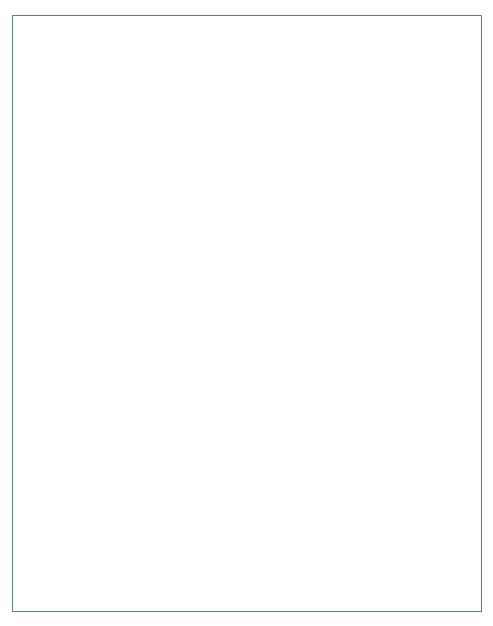
<source format=gbp>
G75*
G70*
%OFA0B0*%
%FSLAX24Y24*%
%IPPOS*%
%LPD*%
%AMOC8*
5,1,8,0,0,1.08239X$1,22.5*
%
%ADD10C,0.0000*%
D10*
X001569Y001508D02*
X001569Y021380D01*
X017226Y021380D01*
X017226Y001508D01*
X001569Y001508D01*
M02*

</source>
